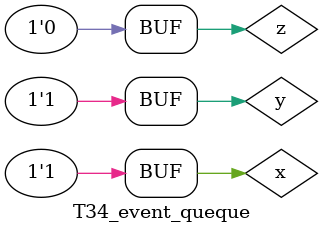
<source format=v>
module T34_event_queque;

    reg x, y, z;

    initial begin
        #1 x = 1;
           y = 1;
        #1 z = 0;
    end    
endmodule
</source>
